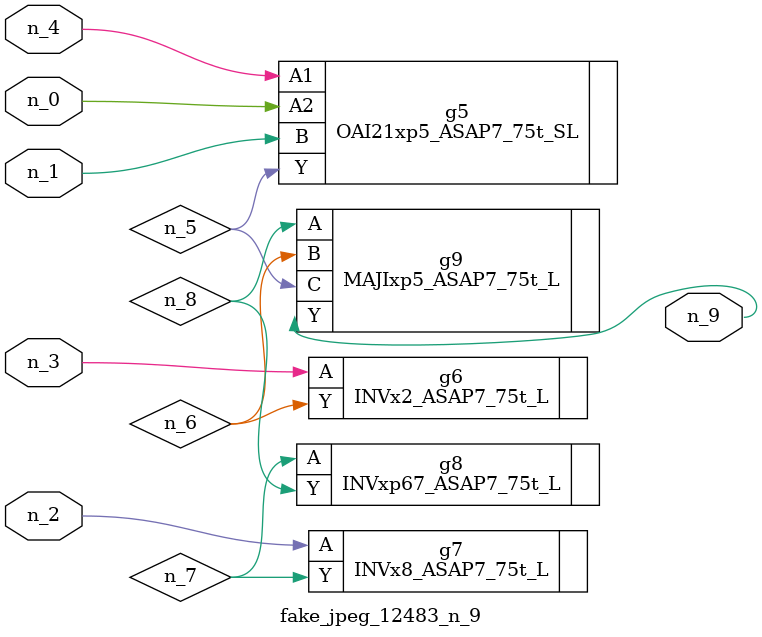
<source format=v>
module fake_jpeg_12483_n_9 (n_3, n_2, n_1, n_0, n_4, n_9);

input n_3;
input n_2;
input n_1;
input n_0;
input n_4;

output n_9;

wire n_8;
wire n_6;
wire n_5;
wire n_7;

OAI21xp5_ASAP7_75t_SL g5 ( 
.A1(n_4),
.A2(n_0),
.B(n_1),
.Y(n_5)
);

INVx2_ASAP7_75t_L g6 ( 
.A(n_3),
.Y(n_6)
);

INVx8_ASAP7_75t_L g7 ( 
.A(n_2),
.Y(n_7)
);

INVxp67_ASAP7_75t_L g8 ( 
.A(n_7),
.Y(n_8)
);

MAJIxp5_ASAP7_75t_L g9 ( 
.A(n_8),
.B(n_6),
.C(n_5),
.Y(n_9)
);


endmodule
</source>
